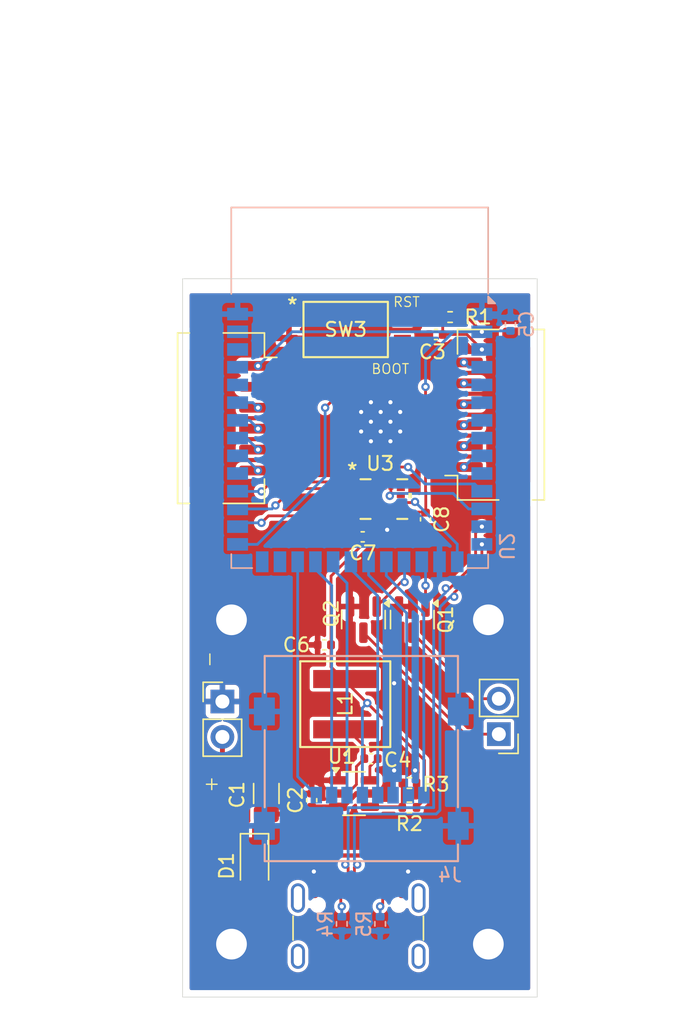
<source format=kicad_pcb>
(kicad_pcb (version 20241229) (generator "pcbnew") (generator_version "9.0")
  (layers (0 "F.Cu" signal) (2 "B.Cu" signal) (13 "F.Paste" user) (15 "B.Paste" user) (5 "F.SilkS" user "F.Silkscreen") (7 "B.SilkS" user "B.Silkscreen") (1 "F.Mask" user) (3 "B.Mask" user) (25 "Edge.Cuts" user))
  (net 0 "")
  (net 1 "VBUS")
  (net 2 "GND")
  (net 3 "Net-(U1-CB)")
  (net 4 "Net-(U1-SW)")
  (net 5 "+3.3V")
  (net 6 "Net-(D1-A)")
  (net 7 "USB_D-")
  (net 9 "USB_D+")
  (net 11 "Net-(J5-CC2)")
  (net 13 "Remote Start 1")
  (net 14 "Remote Start 2")
  (net 15 "Net-(U2-EN)")
  (net 16 "Net-(U1-FB)")
  (net 17 "Net-(J5-CC1)")
  (net 18 "Net-(U2-IO0)")
  (net 27 "LSM_CS")
  (net 28 "LSM_MISO")
  (net 29 "LSM_INT2")
  (net 30 "LSM_INT1")
  (net 31 "LSM_MOSI")
  (net 33 "FIN_CS3")
  (net 34 "FIN_CS2")
  (net 38 "FIN_CS1")
  (net 39 "FIN_CS4")
  (net 40 "FIN_SCK")
  (net 41 "FIN_MOSI")
  (net 42 "FIN_CLK")
  (net 43 "FIN_DRDY")
  (net 44 "FIN_MISO")
  (net 45 "FIN_RST")
  (net 47 "LSM_SCK")
  (net 48 "Net-(J6-Pin_2)")
  (net 49 "Net-(J6-Pin_1)")
  (net 50 "SD_DAT3")
  (net 51 "SD_DAT2")
  (net 52 "SD_CLK")
  (net 53 "SD_DAT1")
  (net 54 "SD_DAT0")
  (net 55 "SD_CMD")
  (footprint "Connector_USB:USB_C_Receptacle_GCT_USB4105-xx-A_16P_TopMnt_Horizontal" (layer "F.Cu") (at 144.661895 126.246555)
    (property "Reference" "J5" (hide yes))
    (property "Value" "USB_C_Receptacle_USB2.0_16P")
    (pad "" np_thru_hole circle (at -2.89 -2.605) (size 0.65 0.65) (drill 0.65) (layers "*.Cu" "*.Mask"))
    (pad "" np_thru_hole circle (at 2.89 -2.605) (size 0.65 0.65) (drill 0.65) (layers "*.Cu" "*.Mask"))
    (pad "A1" smd roundrect (at -3.2 -3.68) (size 0.6 1.15) (layers "F.Cu" "F.Mask" "F.Paste") (net 2 "GND"))
    (pad "A4" smd roundrect (at -2.4 -3.68) (size 0.6 1.15) (layers "F.Cu" "F.Mask" "F.Paste") (net 6 "Net-(D1-A)"))
    (pad "A5" smd roundrect (at -1.25 -3.68) (size 0.3 1.15) (layers "F.Cu" "F.Mask" "F.Paste") (net 17 "Net-(J5-CC1)"))
    (pad "A6" smd roundrect (at -0.25 -3.68) (size 0.3 1.15) (layers "F.Cu" "F.Mask" "F.Paste") (net 9 "USB_D+"))
    (pad "A7" smd roundrect (at 0.25 -3.68) (size 0.3 1.15) (layers "F.Cu" "F.Mask" "F.Paste") (net 7 "USB_D-"))
    (pad "A8" smd roundrect (at 1.25 -3.68) (size 0.3 1.15) (layers "F.Cu" "F.Mask" "F.Paste"))
    (pad "A9" smd roundrect (at 2.4 -3.68) (size 0.6 1.15) (layers "F.Cu" "F.Mask" "F.Paste") (net 6 "Net-(D1-A)"))
    (pad "A12" smd roundrect (at 3.2 -3.68) (size 0.6 1.15) (layers "F.Cu" "F.Mask" "F.Paste") (net 2 "GND"))
    (pad "B1" smd roundrect (at 3.2 -3.68) (size 0.6 1.15) (layers "F.Cu" "F.Mask" "F.Paste") (net 2 "GND"))
    (pad "B4" smd roundrect (at 2.4 -3.68) (size 0.6 1.15) (layers "F.Cu" "F.Mask" "F.Paste") (net 6 "Net-(D1-A)"))
    (pad "B5" smd roundrect (at 1.75 -3.68) (size 0.3 1.15) (layers "F.Cu" "F.Mask" "F.Paste") (net 11 "Net-(J5-CC2)"))
    (pad "B6" smd roundrect (at 0.75 -3.68) (size 0.3 1.15) (layers "F.Cu" "F.Mask" "F.Paste") (net 9 "USB_D+"))
    (pad "B7" smd roundrect (at -0.75 -3.68) (size 0.3 1.15) (layers "F.Cu" "F.Mask" "F.Paste") (net 7 "USB_D-"))
    (pad "B8" smd roundrect (at -1.75 -3.68) (size 0.3 1.15) (layers "F.Cu" "F.Mask" "F.Paste"))
    (pad "B9" smd roundrect (at -2.4 -3.68) (size 0.6 1.15) (layers "F.Cu" "F.Mask" "F.Paste") (net 6 "Net-(D1-A)"))
    (pad "B12" smd roundrect (at -3.2 -3.68) (size 0.6 1.15) (layers "F.Cu" "F.Mask" "F.Paste") (net 2 "GND"))
    (pad "S1" thru_hole oval (at -4.32 -3.105) (size 1 2.1) (drill oval 0.6 1.7) (property pad_prop_heatsink) (layers "*.Cu" "*.Mask" "F.Paste"))
    (pad "S1" thru_hole oval (at -4.32 1.075) (size 1 1.8) (drill oval 0.6 1.4) (property pad_prop_heatsink) (layers "*.Cu" "*.Mask" "F.Paste"))
    (pad "S1" thru_hole oval (at 4.32 -3.105) (size 1 2.1) (drill oval 0.6 1.7) (property pad_prop_heatsink) (layers "*.Cu" "*.Mask" "F.Paste"))
    (pad "S1" thru_hole oval (at 4.32 1.075) (size 1 1.8) (drill oval 0.6 1.4) (property pad_prop_heatsink) (layers "*.Cu" "*.Mask" "F.Paste"))
  )
  (footprint "Connector_JST:JST_ZH_S6B-ZR-SM4A-TF_1x06-1MP_P1.50mm_Horizontal" (layer "F.Cu") (at 153.881895 88.496555 90)
    (property "Reference" "J2" (hide yes))
    (property "Value" "Conn_01x06_Pin")
    (pad "1" smd roundrect (at -3.75 -1.65 90) (size 0.7 2.7) (layers "F.Cu" "F.Mask" "F.Paste") (net 45 "FIN_RST"))
    (pad "2" smd roundrect (at -2.25 -1.65 90) (size 0.7 2.7) (layers "F.Cu" "F.Mask" "F.Paste") (net 42 "FIN_CLK"))
    (pad "3" smd roundrect (at -0.75 -1.65 90) (size 0.7 2.7) (layers "F.Cu" "F.Mask" "F.Paste") (net 39 "FIN_CS4"))
    (pad "4" smd roundrect (at 0.75 -1.65 90) (size 0.7 2.7) (layers "F.Cu" "F.Mask" "F.Paste") (net 33 "FIN_CS3"))
    (pad "5" smd roundrect (at 2.25 -1.65 90) (size 0.7 2.7) (layers "F.Cu" "F.Mask" "F.Paste") (net 34 "FIN_CS2"))
    (pad "6" smd roundrect (at 3.75 -1.65 90) (size 0.7 2.7) (layers "F.Cu" "F.Mask" "F.Paste") (net 38 "FIN_CS1"))
    (pad "MP" smd roundrect (at -5.7 2.05 90) (size 1.1 1.9) (layers "F.Cu" "F.Mask" "F.Paste") (roundrect_rratio 0.227273))
    (pad "MP" smd roundrect (at 5.7 2.05 90) (size 1.1 1.9) (layers "F.Cu" "F.Mask" "F.Paste") (roundrect_rratio 0.227273))
  )
  (footprint "MountingHole:MountingHole_2.2mm_M2_DIN965_Pad" (layer "F.Cu") (at 153.982 103.2)
    (property "Reference" "H2" (hide yes))
    (property "Value" "MountingHole_Pad" (hide yes))
    (pad "1" thru_hole circle (at 0 0) (size 3.8 3.8) (drill 2.2) (layers "*.Cu" "*.Mask") (net 2 "GND"))
  )
  (footprint "Resistor_SMD:R_0402_1005Metric" (layer "F.Cu") (at 148.326895 114.901555)
    (property "Reference" "R3" (at 1.905 0.095 0) (layer "F.SilkS"))
    (property "Value" "22.1k")
    (pad "1" smd roundrect (at -0.51 0) (size 0.54 0.64) (layers "F.Cu" "F.Mask" "F.Paste") (net 16 "Net-(U1-FB)"))
    (pad "2" smd roundrect (at 0.51 0) (size 0.54 0.64) (layers "F.Cu" "F.Mask" "F.Paste") (net 2 "GND"))
  )
  (footprint "Library:218-2LPSTR_CTS" (layer "F.Cu") (at 143.761895 82.386555)
    (property "Reference" "SW3" (at 0 0 0) (layer "F.SilkS"))
    (property "Value" "SW_DIP_x02")
    (fp_text user "*" (at -3.82 -1.75 0) (layer "F.SilkS"))
    (pad "1" smd rect (at -4.064 -0.635) (size 1.2192 0.508) (layers "F.Cu" "F.Mask" "F.Paste") (net 2 "GND"))
    (pad "2" smd rect (at -4.064 0.635) (size 1.2192 0.508) (layers "F.Cu" "F.Mask" "F.Paste") (net 2 "GND"))
    (pad "3" smd rect (at 4.064 0.635) (size 1.2192 0.508) (layers "F.Cu" "F.Mask" "F.Paste") (net 18 "Net-(U2-IO0)"))
    (pad "4" smd rect (at 4.064 -0.635) (size 1.2192 0.508) (layers "F.Cu" "F.Mask" "F.Paste") (net 15 "Net-(U2-EN)"))
  )
  (footprint "Resistor_SMD:R_0402_1005Metric" (layer "F.Cu") (at 151.241895 81.496555 180)
    (property "Reference" "R1" (at -2 0 0) (layer "F.SilkS"))
    (property "Value" "100k")
    (pad "1" smd roundrect (at -0.51 0 180) (size 0.54 0.64) (layers "F.Cu" "F.Mask" "F.Paste") (net 5 "+3.3V"))
    (pad "2" smd roundrect (at 0.51 0 180) (size 0.54 0.64) (layers "F.Cu" "F.Mask" "F.Paste") (net 15 "Net-(U2-EN)"))
  )
  (footprint "Connector_JST:JST_ZH_S6B-ZR-SM4A-TF_1x06-1MP_P1.50mm_Horizontal" (layer "F.Cu") (at 135.831895 88.746555 -90)
    (property "Reference" "J1" (hide yes))
    (property "Value" "Conn_01x06_Pin")
    (pad "1" smd roundrect (at -3.75 -1.65 270) (size 0.7 2.7) (layers "F.Cu" "F.Mask" "F.Paste") (net 5 "+3.3V"))
    (pad "2" smd roundrect (at -2.25 -1.65 270) (size 0.7 2.7) (layers "F.Cu" "F.Mask" "F.Paste") (net 2 "GND"))
    (pad "3" smd roundrect (at -0.75 -1.65 270) (size 0.7 2.7) (layers "F.Cu" "F.Mask" "F.Paste") (net 43 "FIN_DRDY"))
    (pad "4" smd roundrect (at 0.75 -1.65 270) (size 0.7 2.7) (layers "F.Cu" "F.Mask" "F.Paste") (net 41 "FIN_MOSI"))
    (pad "5" smd roundrect (at 2.25 -1.65 270) (size 0.7 2.7) (layers "F.Cu" "F.Mask" "F.Paste") (net 44 "FIN_MISO"))
    (pad "6" smd roundrect (at 3.75 -1.65 270) (size 0.7 2.7) (layers "F.Cu" "F.Mask" "F.Paste") (net 40 "FIN_SCK"))
    (pad "MP" smd roundrect (at -5.7 2.05 270) (size 1.1 1.9) (layers "F.Cu" "F.Mask" "F.Paste") (roundrect_rratio 0.227273))
    (pad "MP" smd roundrect (at 5.7 2.05 270) (size 1.1 1.9) (layers "F.Cu" "F.Mask" "F.Paste") (roundrect_rratio 0.227273))
  )
  (footprint "Connector_PinHeader_2.54mm:PinHeader_1x02_P2.54mm_Vertical" (layer "F.Cu") (at 134.931895 109.056555)
    (property "Reference" "J3" (hide yes))
    (property "Value" "Power Connector")
    (pad "1" thru_hole rect (at 0 0) (size 1.7 1.7) (drill 1) (layers "*.Cu" "*.Mask") (net 2 "GND"))
    (pad "2" thru_hole circle (at 0 2.54) (size 1.7 1.7) (drill 1) (layers "*.Cu" "*.Mask") (net 1 "VBUS"))
  )
  (footprint "Capacitor_SMD:C_0402_1005Metric" (layer "F.Cu") (at 144.981895 97.25 180)
    (property "Reference" "C7" (at 0 -1.16 180) (layer "F.SilkS"))
    (property "Value" "100nF")
    (pad "1" smd roundrect (at -0.48 0 180) (size 0.56 0.62) (layers "F.Cu" "F.Mask" "F.Paste") (net 5 "+3.3V"))
    (pad "2" smd roundrect (at 0.48 0 180) (size 0.56 0.62) (layers "F.Cu" "F.Mask" "F.Paste") (net 2 "GND"))
  )
  (footprint "Package_TO_SOT_SMD:SOT-23" (layer "F.Cu") (at 145.031895 103.184055 -90)
    (property "Reference" "Q2" (at -0.4375 2.3 90) (layer "F.SilkS"))
    (property "Value" "DMN3404L")
    (pad "1" smd roundrect (at -0.9375 -0.95 270) (size 1.475 0.6) (layers "F.Cu" "F.Mask" "F.Paste") (net 14 "Remote Start 2"))
    (pad "2" smd roundrect (at -0.9375 0.95 270) (size 1.475 0.6) (layers "F.Cu" "F.Mask" "F.Paste") (net 2 "GND"))
    (pad "3" smd roundrect (at 0.9375 0 270) (size 1.475 0.6) (layers "F.Cu" "F.Mask" "F.Paste") (net 49 "Net-(J6-Pin_1)"))
  )
  (footprint "MountingHole:MountingHole_2.2mm_M2_DIN965_Pad" (layer "F.Cu") (at 153.982 126.45)
    (property "Reference" "H4" (hide yes))
    (property "Value" "MountingHole_Pad" (hide yes))
    (pad "1" thru_hole circle (at 0 0) (size 3.8 3.8) (drill 2.2) (layers "*.Cu" "*.Mask") (net 2 "GND"))
  )
  (footprint "Capacitor_SMD:C_0402_1005Metric" (layer "F.Cu") (at 145.576895 113.151555 180)
    (property "Reference" "C4" (at -1.905 -0.095 0) (layer "F.SilkS"))
    (property "Value" "100nF")
    (pad "1" smd roundrect (at -0.48 0 180) (size 0.56 0.62) (layers "F.Cu" "F.Mask" "F.Paste") (net 3 "Net-(U1-CB)"))
    (pad "2" smd roundrect (at 0.48 0 180) (size 0.56 0.62) (layers "F.Cu" "F.Mask" "F.Paste") (net 4 "Net-(U1-SW)"))
  )
  (footprint "Capacitor_SMD:C_0402_1005Metric" (layer "F.Cu") (at 150.231895 82.746555 180)
    (property "Reference" "C3" (at 0.26 -1.25 0) (layer "F.SilkS"))
    (property "Value" "100nF")
    (pad "1" smd roundrect (at -0.48 0 180) (size 0.56 0.62) (layers "F.Cu" "F.Mask" "F.Paste") (net 15 "Net-(U2-EN)"))
    (pad "2" smd roundrect (at 0.48 0 180) (size 0.56 0.62) (layers "F.Cu" "F.Mask" "F.Paste") (net 2 "GND"))
  )
  (footprint "MountingHole:MountingHole_2.2mm_M2_DIN965_Pad" (layer "F.Cu") (at 135.582 103.2)
    (property "Reference" "H1" (hide yes))
    (property "Value" "MountingHole_Pad" (hide yes))
    (pad "1" thru_hole circle (at 0 0) (size 3.8 3.8) (drill 2.2) (layers "*.Cu" "*.Mask") (net 2 "GND"))
  )
  (footprint "Library:LGA-14L_2P5X3X0P83_STM-M" (layer "F.Cu") (at 146.500001 94.5437)
    (property "Reference" "U3" (at -0.268106 -2.547145 0) (layer "F.SilkS"))
    (property "Value" "LSM6DSO32TR")
    (fp_text user "*" (at -2.268106 -2.047145 0) (layer "F.SilkS"))
    (pad "1" smd rect (at -1.2103 -0.750001 90) (size 0.351536 0.57658) (layers "F.Cu" "F.Mask" "F.Paste") (net 28 "LSM_MISO"))
    (pad "2" smd rect (at -1.2103 -0.25 90) (size 0.351536 0.57658) (layers "F.Cu" "F.Mask" "F.Paste") (net 2 "GND"))
    (pad "3" smd rect (at -1.2103 0.25 90) (size 0.351536 0.57658) (layers "F.Cu" "F.Mask" "F.Paste") (net 2 "GND"))
    (pad "4" smd rect (at -1.2103 0.750001 90) (size 0.351536 0.57658) (layers "F.Cu" "F.Mask" "F.Paste") (net 30 "LSM_INT1"))
    (pad "5" smd rect (at -0.499999 0.9563) (size 0.351536 0.57658) (layers "F.Cu" "F.Mask" "F.Paste") (net 5 "+3.3V"))
    (pad "6" smd rect (at 0 0.9563) (size 0.351536 0.57658) (layers "F.Cu" "F.Mask" "F.Paste") (net 2 "GND"))
    (pad "7" smd rect (at 0.499999 0.9563) (size 0.351536 0.57658) (layers "F.Cu" "F.Mask" "F.Paste") (net 2 "GND"))
    (pad "8" smd rect (at 1.2103 0.750001 90) (size 0.351536 0.57658) (layers "F.Cu" "F.Mask" "F.Paste") (net 5 "+3.3V"))
    (pad "9" smd rect (at 1.2103 0.25 90) (size 0.351536 0.57658) (layers "F.Cu" "F.Mask" "F.Paste") (net 29 "LSM_INT2"))
    (pad "10" smd rect (at 1.2103 -0.25 90) (size 0.351536 0.57658) (layers "F.Cu" "F.Mask" "F.Paste"))
    (pad "11" smd rect (at 1.2103 -0.750001 90) (size 0.351536 0.57658) (layers "F.Cu" "F.Mask" "F.Paste"))
    (pad "12" smd rect (at 0.499999 -0.9563) (size 0.351536 0.57658) (layers "F.Cu" "F.Mask" "F.Paste") (net 27 "LSM_CS"))
    (pad "13" smd rect (at 0 -0.9563) (size 0.351536 0.57658) (layers "F.Cu" "F.Mask" "F.Paste") (net 47 "LSM_SCK"))
    (pad "14" smd rect (at -0.499999 -0.9563) (size 0.351536 0.57658) (layers "F.Cu" "F.Mask" "F.Paste") (net 31 "LSM_MOSI"))
  )
  (footprint "Diode_SMD:D_PowerDI-123" (layer "F.Cu") (at 137.231895 120.846555 -90)
    (property "Reference" "D1" (at 0 2 90) (layer "F.SilkS"))
    (property "Value" "DFLS160-7")
    (pad "1" smd roundrect (at -0.85 0 90) (size 2.4 1.5) (layers "F.Cu" "F.Mask" "F.Paste") (roundrect_rratio 0.1666666667) (net 1 "VBUS"))
    (pad "2" smd roundrect (at 1.525 0 90) (size 1.05 1.5) (layers "F.Cu" "F.Mask" "F.Paste") (roundrect_rratio 0.2380952381) (net 6 "Net-(D1-A)"))
  )
  (footprint "Capacitor_SMD:C_0402_1005Metric" (layer "F.Cu") (at 149.481895 95.996555 -90)
    (property "Reference" "C8" (at 0 -1.16 270) (layer "F.SilkS"))
    (property "Value" "100nF")
    (pad "1" smd roundrect (at -0.48 0 270) (size 0.56 0.62) (layers "F.Cu" "F.Mask" "F.Paste") (net 5 "+3.3V"))
    (pad "2" smd roundrect (at 0.48 0 270) (size 0.56 0.62) (layers "F.Cu" "F.Mask" "F.Paste") (net 2 "GND"))
  )
  (footprint "MountingHole:MountingHole_2.2mm_M2_DIN965_Pad" (layer "F.Cu") (at 135.582 126.45)
    (property "Reference" "H3" (hide yes))
    (property "Value" "MountingHole_Pad" (hide yes))
    (pad "1" thru_hole circle (at 0 0) (size 3.8 3.8) (drill 2.2) (layers "*.Cu" "*.Mask") (net 2 "GND"))
  )
  (footprint "Capacitor_SMD:C_1206_3216Metric" (layer "F.Cu") (at 138.076895 115.651555 90)
    (property "Reference" "C1" (at -0.095 -2.095 90) (layer "F.SilkS"))
    (property "Value" "33uF")
    (pad "1" smd roundrect (at -1.475 0 90) (size 1.15 1.8) (layers "F.Cu" "F.Mask" "F.Paste") (roundrect_rratio 0.217391) (net 1 "VBUS"))
    (pad "2" smd roundrect (at 1.475 0 90) (size 1.15 1.8) (layers "F.Cu" "F.Mask" "F.Paste") (roundrect_rratio 0.217391) (net 2 "GND"))
  )
  (footprint "Library:IND_EXLA1V0505-220-R_EAT" (layer "F.Cu") (at 143.731895 109.246555 90)
    (property "Reference" "L1" (at 0 0 90) (layer "F.SilkS"))
    (property "Value" "6.8uH")
    (pad "1" smd rect (at -1.8023 0 90) (size 1.2954 4.5974) (layers "F.Cu" "F.Mask" "F.Paste") (net 4 "Net-(U1-SW)"))
    (pad "2" smd rect (at 1.8023 0 90) (size 1.2954 4.5974) (layers "F.Cu" "F.Mask" "F.Paste") (net 5 "+3.3V"))
  )
  (footprint "Capacitor_SMD:C_0402_1005Metric" (layer "F.Cu") (at 141.326895 116.131555 90)
    (property "Reference" "C2" (at 0 -1.16 90) (layer "F.SilkS"))
    (property "Value" "100nF")
    (pad "1" smd roundrect (at -0.48 0 90) (size 0.56 0.62) (layers "F.Cu" "F.Mask" "F.Paste") (net 1 "VBUS"))
    (pad "2" smd roundrect (at 0.48 0 90) (size 0.56 0.62) (layers "F.Cu" "F.Mask" "F.Paste") (net 2 "GND"))
  )
  (footprint "Connector_PinHeader_2.54mm:PinHeader_1x02_P2.54mm_Vertical" (layer "F.Cu") (at 154.731895 111.396555 180)
    (property "Reference" "J6" (hide yes))
    (property "Value" "Conn_01x02_Pin" (hide yes))
    (pad "1" thru_hole rect (at 0 0 180) (size 1.7 1.7) (drill 1) (layers "*.Cu" "*.Mask") (net 49 "Net-(J6-Pin_1)"))
    (pad "2" thru_hole circle (at 0 2.54 180) (size 1.7 1.7) (drill 1) (layers "*.Cu" "*.Mask") (net 48 "Net-(J6-Pin_2)"))
  )
  (footprint "Package_TO_SOT_SMD:SOT-23" (layer "F.Cu") (at 148.531895 103.184055 -90)
    (property "Reference" "Q1" (at 0 -2.4 90) (layer "F.SilkS"))
    (property "Value" "DMN3404L")
    (pad "1" smd roundrect (at -0.9375 -0.95 270) (size 1.475 0.6) (layers "F.Cu" "F.Mask" "F.Paste") (net 13 "Remote Start 1"))
    (pad "2" smd roundrect (at -0.9375 0.95 270) (size 1.475 0.6) (layers "F.Cu" "F.Mask" "F.Paste") (net 2 "GND"))
    (pad "3" smd roundrect (at 0.9375 0 270) (size 1.475 0.6) (layers "F.Cu" "F.Mask" "F.Paste") (net 48 "Net-(J6-Pin_2)"))
  )
  (footprint "Package_TO_SOT_SMD:SOT-23-6" (layer "F.Cu") (at 144.3575 115.655)
    (property "Reference" "U1" (at -0.875605 -2.658445 0) (layer "F.SilkS"))
    (property "Value" "LMR51420X")
    (pad "1" smd roundrect (at -1.1375 -0.95) (size 1.325 0.6) (layers "F.Cu" "F.Mask" "F.Paste") (net 2 "GND"))
    (pad "2" smd roundrect (at -1.1375 0) (size 1.325 0.6) (layers "F.Cu" "F.Mask" "F.Paste") (net 4 "Net-(U1-SW)"))
    (pad "3" smd roundrect (at -1.1375 0.95) (size 1.325 0.6) (layers "F.Cu" "F.Mask" "F.Paste") (net 1 "VBUS"))
    (pad "4" smd roundrect (at 1.1375 0.95) (size 1.325 0.6) (layers "F.Cu" "F.Mask" "F.Paste") (net 16 "Net-(U1-FB)"))
    (pad "5" smd roundrect (at 1.1375 0) (size 1.325 0.6) (layers "F.Cu" "F.Mask" "F.Paste") (net 1 "VBUS"))
    (pad "6" smd roundrect (at 1.1375 -0.95) (size 1.325 0.6) (layers "F.Cu" "F.Mask" "F.Paste") (net 3 "Net-(U1-CB)"))
  )
  (footprint "Capacitor_SMD:C_0402_1005Metric" (layer "F.Cu") (at 142.231895 104.996555 180)
    (property "Reference" "C6" (at 2 0 0) (layer "F.SilkS"))
    (property "Value" "47uF")
    (pad "1" smd roundrect (at -0.48 0 180) (size 0.56 0.62) (layers "F.Cu" "F.Mask" "F.Paste") (net 5 "+3.3V"))
    (pad "2" smd roundrect (at 0.48 0 180) (size 0.56 0.62) (layers "F.Cu" "F.Mask" "F.Paste") (net 2 "GND"))
  )
  (footprint "Resistor_SMD:R_0402_1005Metric" (layer "F.Cu") (at 148.326895 116.651555 180)
    (property "Reference" "R2" (at 0 -1.17 0) (layer "F.SilkS"))
    (property "Value" "100k")
    (pad "1" smd roundrect (at -0.51 0 180) (size 0.54 0.64) (layers "F.Cu" "F.Mask" "F.Paste") (net 5 "+3.3V"))
    (pad "2" smd roundrect (at 0.51 0 180) (size 0.54 0.64) (layers "F.Cu" "F.Mask" "F.Paste") (net 16 "Net-(U1-FB)"))
  )
  (footprint "Capacitor_SMD:C_0402_1005Metric" (layer "B.Cu") (at 155.561895 82.006555 90)
    (property "Reference" "C5" (at 0 1.16 90) (layer "B.SilkS") (effects (justify mirror)))
    (property "Value" "100nF")
    (pad "1" smd roundrect (at -0.48 0 90) (size 0.56 0.62) (layers "B.Cu" "B.Mask" "B.Paste") (net 5 "+3.3V"))
    (pad "2" smd roundrect (at 0.48 0 90) (size 0.56 0.62) (layers "B.Cu" "B.Mask" "B.Paste") (net 2 "GND"))
  )
  (footprint "Resistor_SMD:R_0402_1005Metric" (layer "B.Cu") (at 143.481895 124.996555 -90)
    (property "Reference" "R4" (at 0 1.17 90) (layer "B.SilkS") (effects (justify mirror)))
    (property "Value" "5.1k")
    (pad "1" smd roundrect (at -0.51 0 270) (size 0.54 0.64) (layers "B.Cu" "B.Mask" "B.Paste") (net 17 "Net-(J5-CC1)"))
    (pad "2" smd roundrect (at 0.51 0 270) (size 0.54 0.64) (layers "B.Cu" "B.Mask" "B.Paste") (net 2 "GND"))
  )
  (footprint "Library:CONN_MEM2067-02-180-00-A_GCT" (layer "B.Cu") (at 144.881895 113.146555 180)
    (property "Reference" "J4" (at -6.35 -8.35 0) (layer "B.SilkS") (effects (justify mirror)))
    (property "Value" "Micro_SD_Card")
    (pad "1" smd rect (at 3.225 -2.623701 180) (size 0.8128 1.1938) (layers "B.Cu" "B.Mask" "B.Paste") (net 51 "SD_DAT2"))
    (pad "2" smd rect (at 2.125 -2.623701 180) (size 0.8128 1.1938) (layers "B.Cu" "B.Mask" "B.Paste") (net 50 "SD_DAT3"))
    (pad "3" smd rect (at 1.024999 -2.623701 180) (size 0.8128 1.1938) (layers "B.Cu" "B.Mask" "B.Paste") (net 55 "SD_CMD"))
    (pad "4" smd rect (at -0.075001 -2.623701 180) (size 0.8128 1.1938) (layers "B.Cu" "B.Mask" "B.Paste") (net 5 "+3.3V"))
    (pad "5" smd rect (at -1.174999 -2.623701 180) (size 0.8128 1.1938) (layers "B.Cu" "B.Mask" "B.Paste") (net 52 "SD_CLK"))
    (pad "6" smd rect (at -2.274999 -2.623701 180) (size 0.8128 1.1938) (layers "B.Cu" "B.Mask" "B.Paste") (net 2 "GND"))
    (pad "7" smd rect (at -3.375 -2.623701 180) (size 0.8128 1.1938) (layers "B.Cu" "B.Mask" "B.Paste") (net 54 "SD_DAT0"))
    (pad "8" smd rect (at -4.475 -2.623701 180) (size 0.8128 1.1938) (layers "B.Cu" "B.Mask" "B.Paste") (net 53 "SD_DAT1"))
    (pad "9" smd rect (at -6.945 -4.823701 180) (size 1.4986 2.0066) (layers "B.Cu" "B.Mask" "B.Paste") (net 2 "GND"))
    (pad "9" smd rect (at -6.945 3.3763 180) (size 1.4986 2.0066) (layers "B.Cu" "B.Mask" "B.Paste") (net 2 "GND"))
    (pad "9" smd rect (at 6.945 -4.823701 180) (size 1.4986 2.0066) (layers "B.Cu" "B.Mask" "B.Paste") (net 2 "GND"))
    (pad "9" smd rect (at 6.945 3.3763 180) (size 1.4986 2.0066) (layers "B.Cu" "B.Mask" "B.Paste") (net 2 "GND"))
  )
  (footprint "RF_Module:ESP32-S3-WROOM-1" (layer "B.Cu") (at 144.7676 86.54 180)
    (property "Reference" "U2" (at -10.5 -11.4 270) (layer "B.SilkS") (effects (justify mirror)))
    (property "Value" "ESP32-S3-WROOM-1")
    (pad "1" smd rect (at -8.75 5.26 180) (size 1.5 0.9) (layers "B.Cu" "B.Mask" "B.Paste") (net 2 "GND"))
    (pad "2" smd rect (at -8.75 3.99 180) (size 1.5 0.9) (layers "B.Cu" "B.Mask" "B.Paste") (net 5 "+3.3V"))
    (pad "3" smd rect (at -8.75 2.72 180) (size 1.5 0.9) (layers "B.Cu" "B.Mask" "B.Paste") (net 15 "Net-(U2-EN)"))
    (pad "4" smd rect (at -8.75 1.45 180) (size 1.5 0.9) (layers "B.Cu" "B.Mask" "B.Paste") (net 38 "FIN_CS1"))
    (pad "5" smd rect (at -8.75 0.18 180) (size 1.5 0.9) (layers "B.Cu" "B.Mask" "B.Paste") (net 34 "FIN_CS2"))
    (pad "6" smd rect (at -8.75 -1.09 180) (size 1.5 0.9) (layers "B.Cu" "B.Mask" "B.Paste") (net 33 "FIN_CS3"))
    (pad "7" smd rect (at -8.75 -2.36 180) (size 1.5 0.9) (layers "B.Cu" "B.Mask" "B.Paste") (net 39 "FIN_CS4"))
    (pad "8" smd rect (at -8.75 -3.63 180) (size 1.5 0.9) (layers "B.Cu" "B.Mask" "B.Paste") (net 42 "FIN_CLK"))
    (pad "9" smd rect (at -8.75 -4.9 180) (size 1.5 0.9) (layers "B.Cu" "B.Mask" "B.Paste") (net 45 "FIN_RST"))
    (pad "10" smd rect (at -8.75 -6.17 180) (size 1.5 0.9) (layers "B.Cu" "B.Mask" "B.Paste"))
    (pad "11" smd rect (at -8.75 -7.44 180) (size 1.5 0.9) (layers "B.Cu" "B.Mask" "B.Paste") (net 47 "LSM_SCK"))
    (pad "12" smd rect (at -8.75 -8.71 180) (size 1.5 0.9) (layers "B.Cu" "B.Mask" "B.Paste") (net 27 "LSM_CS"))
    (pad "13" smd rect (at -8.75 -9.98 180) (size 1.5 0.9) (layers "B.Cu" "B.Mask" "B.Paste") (net 7 "USB_D-"))
    (pad "14" smd rect (at -8.75 -11.25) (size 1.5 0.9) (layers "B.Cu" "B.Mask" "B.Paste") (net 9 "USB_D+"))
    (pad "15" smd rect (at -6.985 -12.5 270) (size 1.5 0.9) (layers "B.Cu" "B.Mask" "B.Paste") (net 29 "LSM_INT2"))
    (pad "16" smd rect (at -5.715 -12.5 270) (size 1.5 0.9) (layers "B.Cu" "B.Mask" "B.Paste") (net 2 "GND"))
    (pad "17" smd rect (at -4.445 -12.5 270) (size 1.5 0.9) (layers "B.Cu" "B.Mask" "B.Paste") (net 13 "Remote Start 1"))
    (pad "18" smd rect (at -3.175 -12.5 270) (size 1.5 0.9) (layers "B.Cu" "B.Mask" "B.Paste") (net 14 "Remote Start 2"))
    (pad "19" smd rect (at -1.905 -12.5 270) (size 1.5 0.9) (layers "B.Cu" "B.Mask" "B.Paste") (net 53 "SD_DAT1"))
    (pad "20" smd rect (at -0.635 -12.5 270) (size 1.5 0.9) (layers "B.Cu" "B.Mask" "B.Paste") (net 54 "SD_DAT0"))
    (pad "21" smd rect (at 0.635 -12.5 270) (size 1.5 0.9) (layers "B.Cu" "B.Mask" "B.Paste") (net 52 "SD_CLK"))
    (pad "22" smd rect (at 1.905 -12.5 270) (size 1.5 0.9) (layers "B.Cu" "B.Mask" "B.Paste") (net 55 "SD_CMD"))
    (pad "23" smd rect (at 3.175 -12.5 270) (size 1.5 0.9) (layers "B.Cu" "B.Mask" "B.Paste") (net 50 "SD_DAT3"))
    (pad "24" smd rect (at 4.445 -12.5 270) (size 1.5 0.9) (layers "B.Cu" "B.Mask" "B.Paste") (net 51 "SD_DAT2"))
    (pad "25" smd rect (at 5.715 -12.5 270) (size 1.5 0.9) (layers "B.Cu" "B.Mask" "B.Paste"))
    (pad "26" smd rect (at 6.985 -12.5 270) (size 1.5 0.9) (layers "B.Cu" "B.Mask" "B.Paste"))
    (pad "27" smd rect (at 8.75 -11.25 180) (size 1.5 0.9) (layers "B.Cu" "B.Mask" "B.Paste") (net 18 "Net-(U2-IO0)"))
    (pad "28" smd rect (at 8.75 -9.98 180) (size 1.5 0.9) (layers "B.Cu" "B.Mask" "B.Paste") (net 30 "LSM_INT1"))
    (pad "29" smd rect (at 8.75 -8.71 180) (size 1.5 0.9) (layers "B.Cu" "B.Mask" "B.Paste") (net 28 "LSM_MISO"))
    (pad "30" smd rect (at 8.75 -7.44 180) (size 1.5 0.9) (layers "B.Cu" "B.Mask" "B.Paste") (net 31 "LSM_MOSI"))
    (pad "31" smd rect (at 8.75 -6.17 180) (size 1.5 0.9) (layers "B.Cu" "B.Mask" "B.Paste"))
    (pad "32" smd rect (at 8.75 -4.9 180) (size 1.5 0.9) (layers "B.Cu" "B.Mask" "B.Paste") (net 40 "FIN_SCK"))
    (pad "33" smd rect (at 8.75 -3.63 180) (size 1.5 0.9) (layers "B.Cu" "B.Mask" "B.Paste") (net 44 "FIN_MISO"))
    (pad "34" smd rect (at 8.75 -2.36 180) (size 1.5 0.9) (layers "B.Cu" "B.Mask" "B.Paste") (net 41 "FIN_MOSI"))
    (pad "35" smd rect (at 8.75 -1.09 180) (size 1.5 0.9) (layers "B.Cu" "B.Mask" "B.Paste") (net 43 "FIN_DRDY"))
    (pad "36" smd rect (at 8.75 0.18 180) (size 1.5 0.9) (layers "B.Cu" "B.Mask" "B.Paste"))
    (pad "37" smd rect (at 8.75 1.45 180) (size 1.5 0.9) (layers "B.Cu" "B.Mask" "B.Paste"))
    (pad "38" smd rect (at 8.75 2.72 180) (size 1.5 0.9) (layers "B.Cu" "B.Mask" "B.Paste"))
    (pad "39" smd rect (at 8.75 3.99 180) (size 1.5 0.9) (layers "B.Cu" "B.Mask" "B.Paste"))
    (pad "40" smd rect (at 8.75 5.26 180) (size 1.5 0.9) (layers "B.Cu" "B.Mask" "B.Paste") (net 2 "GND"))
    (pad "41" thru_hole circle (at -2.9 -3.16 180) (size 0.6 0.6) (drill 0.3) (property pad_prop_heatsink) (layers "*.Cu" "B.Mask") (net 2 "GND"))
    (pad "41" thru_hole circle (at -2.9 -1.76 90) (size 0.6 0.6) (drill 0.3) (property pad_prop_heatsink) (layers "*.Cu" "B.Mask") (net 2 "GND"))
    (pad "41" thru_hole circle (at -2.2 -3.86 180) (size 0.6 0.6) (drill 0.3) (property pad_prop_heatsink) (layers "*.Cu" "B.Mask") (net 2 "GND"))
    (pad "41" thru_hole circle (at -2.2 -2.46 180) (size 0.6 0.6) (drill 0.3) (property pad_prop_heatsink) (layers "*.Cu" "B.Mask") (net 2 "GND"))
    (pad "41" thru_hole circle (at -2.2 -1.06 180) (size 0.6 0.6) (drill 0.3) (property pad_prop_heatsink) (layers "*.Cu" "B.Mask") (net 2 "GND"))
    (pad "41" thru_hole circle (at -1.5 -3.16 180) (size 0.6 0.6) (drill 0.3) (property pad_prop_heatsink) (layers "*.Cu" "B.Mask") (net 2 "GND"))
    (pad "41" smd rect (at -1.5 -2.46 270) (size 3.9 3.9) (property pad_prop_heatsink) (layers "B.Cu" "B.Mask") (net 2 "GND"))
    (pad "41" thru_hole circle (at -1.5 -1.76 180) (size 0.6 0.6) (drill 0.3) (property pad_prop_heatsink) (layers "*.Cu" "B.Mask") (net 2 "GND"))
    (pad "41" thru_hole circle (at -0.8 -3.86 180) (size 0.6 0.6) (drill 0.3) (property pad_prop_heatsink) (layers "*.Cu" "B.Mask") (net 2 "GND"))
    (pad "41" thru_hole circle (at -0.8 -2.46 180) (size 0.6 0.6) (drill 0.3) (property pad_prop_heatsink) (layers "*.Cu" "B.Mask") (net 2 "GND"))
    (pad "41" thru_hole circle (at -0.8 -1.06 180) (size 0.6 0.6) (drill 0.3) (property pad_prop_heatsink) (layers "*.Cu" "B.Mask") (net 2 "GND"))
    (pad "41" thru_hole circle (at -0.1 -3.16 180) (size 0.6 0.6) (drill 0.3) (property pad_prop_heatsink) (layers "*.Cu" "B.Mask") (net 2 "GND"))
    (pad "41" thru_hole circle (at -0.1 -1.76 180) (size 0.6 0.6) (drill 0.3) (property pad_prop_heatsink) (layers "*.Cu" "B.Mask") (net 2 "GND"))
    (zone (net 0) (net_name "") (layers "F.Cu" "B.Cu") (connect_pads (clearance 0)) (min_thickness 0.254)
      (keepout (tracks not_allowed) (vias not_allowed) (pads not_allowed) (copperpour not_allowed) (footprints not_allowed))
      (fill (thermal_gap 0.508) (thermal_bridge_width 0.508))
      (polygon (pts (xy 168.7676 79.79) (xy 120.7676 79.79) (xy 120.7676 58.79) (xy 168.7676 58.79)))
    )
  )
  (footprint "Resistor_SMD:R_0402_1005Metric" (layer "B.Cu") (at 146.231895 124.996555 -90)
    (property "Reference" "R5" (at 0 1.17 90) (layer "B.SilkS") (effects (justify mirror)))
    (property "Value" "5.1k")
    (pad "1" smd roundrect (at -0.51 0 270) (size 0.54 0.64) (layers "B.Cu" "B.Mask" "B.Paste") (net 11 "Net-(J5-CC2)"))
    (pad "2" smd roundrect (at 0.51 0 270) (size 0.54 0.64) (layers "B.Cu" "B.Mask" "B.Paste") (net 2 "GND"))
  )
  (gr_rect (start 132.08 78.746555) (end 157.48 130.246555) (stroke (width 0.05)) (fill no) (layer "Edge.Cuts"))
  (gr_text "RST" (at 147.111895 80.826555 0) (layer "F.SilkS") (effects (font (size 0.7 0.7) (thickness 0.0875)) (justify left bottom)))
  (gr_text "+" (at 133.481895 115.496555 0) (layer "F.SilkS") (effects (font (size 1 1) (thickness 0.1)) (justify left bottom)))
  (gr_text "-" (at 134.541895 106.716555 90) (layer "F.SilkS") (effects (font (size 1 1) (thickness 0.1)) (justify left bottom)))
  (gr_text "BOOT" (at 145.551895 85.626555 0) (layer "F.SilkS") (effects (font (size 0.7 0.7) (thickness 0.0875)) (justify left bottom)))
  (segment (start 144.524468 115.655) (end 143.574468 116.605) (width 0.35) (layer "F.Cu") (net 1))
  (segment (start 143.574468 116.605) (end 143.22 116.605) (width 0.35) (layer "F.Cu") (net 1))
  (segment (start 143.213445 116.611555) (end 143.22 116.605) (width 0.35) (layer "F.Cu") (net 1))
  (segment (start 138.076895 117.126555) (end 140.811895 117.126555) (width 0.35) (layer "F.Cu") (net 1))
  (segment (start 134.931895 113.981555) (end 138.076895 117.126555) (width 0.35) (layer "F.Cu") (net 1))
  (segment (start 137.231895 117.971555) (end 138.076895 117.126555) (width 0.35) (layer "F.Cu") (net 1))
  (segment (start 140.811895 117.126555) (end 141.326895 116.611555) (width 0.35) (layer "F.Cu") (net 1))
  (segment (start 137.231895 119.996555) (end 137.231895 117.971555) (width 0.35) (layer "F.Cu") (net 1))
  (segment (start 141.326895 116.611555) (end 143.213445 116.611555) (width 0.35) (layer "F.Cu") (net 1))
  (segment (start 134.931895 111.596555) (end 134.931895 113.981555) (width 0.35) (layer "F.Cu") (net 1))
  (segment (start 145.495 115.655) (end 144.524468 115.655) (width 0.35) (layer "F.Cu") (net 1))
  (segment (start 147.861895 121.616555) (end 148.231895 121.246555) (width 0.2) (layer "F.Cu") (net 2))
  (segment (start 147.861895 122.566555) (end 147.861895 121.616555) (width 0.2) (layer "F.Cu") (net 2))
  (segment (start 141.461895 121.266555) (end 141.481895 121.246555) (width 0.2) (layer "F.Cu") (net 2))
  (segment (start 148.836895 114.901555) (end 148.836895 114.101555) (width 0.2) (layer "F.Cu") (net 2))
  (segment (start 141.461895 122.566555) (end 141.461895 121.266555) (width 0.2) (layer "F.Cu") (net 2))
  (segment (start 148.836895 114.101555) (end 148.731895 113.996555) (width 0.2) (layer "F.Cu") (net 2))
  (via (at 147.231895 107.746555) (size 0.6) (drill 0.3) (layers "F.Cu" "B.Cu") (net 2))
  (via (at 148.731895 113.996555) (size 0.6) (drill 0.3) (layers "F.Cu" "B.Cu") (net 2))
  (via (at 146.731895 96.746555) (size 0.6) (drill 0.3) (layers "F.Cu" "B.Cu") (net 2))
  (via (at 147.231895 113.996555) (size 0.6) (drill 0.3) (layers "F.Cu" "B.Cu") (net 2))
  (via (at 148.231895 121.246555) (size 0.6) (drill 0.3) (layers "F.Cu" "B.Cu") (net 2))
  (via (at 141.481895 121.246555) (size 0.6) (drill 0.3) (layers "F.Cu" "B.Cu") (net 2))
  (segment (start 155.561895 81.526555) (end 153.764155 81.526555) (width 0.2) (layer "B.Cu") (net 2))
  (segment (start 153.764155 81.526555) (end 153.5176 81.28) (width 0.2) (layer "B.Cu") (net 2))
  (segment (start 147.156894 114.071556) (end 147.231895 113.996555) (width 0.2) (layer "B.Cu") (net 2))
  (segment (start 147.156894 115.770256) (end 147.156894 114.071556) (width 0.2) (layer "B.Cu") (net 2))
  (segment (start 145.495 113.71345) (end 146.056895 113.151555) (width 0.2) (layer "F.Cu") (net 3))
  (segment (start 145.495 114.705) (end 145.495 113.71345) (width 0.2) (layer "F.Cu") (net 3))
  (segment (start 144.5315 113.71695) (end 145.096895 113.151555) (width 0.2) (layer "F.Cu") (net 4))
  (segment (start 145.096895 112.266555) (end 145.096895 113.151555) (width 0.2) (layer "F.Cu") (net 4))
  (segment (start 143.882499 115.655) (end 144.5315 115.005999) (width 0.2) (layer "F.Cu") (net 4))
  (segment (start 143.731895 110.901555) (end 145.096895 112.266555) (width 0.2) (layer "F.Cu") (net 4))
  (segment (start 143.22 115.655) (end 143.882499 115.655) (width 0.2) (layer "F.Cu") (net 4))
  (segment (start 144.5315 115.005999) (end 144.5315 113.71695) (width 0.2) (layer "F.Cu") (net 4))
  (segment (start 151.751895 81.496555) (end 152.464155 81.496555) (width 0.2) (layer "F.Cu") (net 5))
  (segment (start 142.711895 106.571555) (end 142.711895 104.996555) (width 0.2) (layer "F.Cu") (net 5))
  (segment (start 146.980838 97.347555) (end 147.710301 96.618092) (width 0.2) (layer "F.Cu") (net 5))
  (segment (start 149.407895 116.080555) (end 149.407895 113.267555) (width 0.2) (layer "F.Cu") (net 5))
  (segment (start 145.525 97.25) (end 145.622555 97.347555) (width 0.2) (layer "F.Cu") (net 5))
  (segment (start 147.8916 95.475) (end 147.710301 95.293701) (width 0.2) (layer "F.Cu") (net 5))
  (segment (start 145.525 97.25) (end 145.525 95.975002) (width 0.2) (layer "F.Cu") (net 5))
  (segment (start 148.836895 116.651555) (end 149.407895 116.080555) (width 0.2) (layer "F.Cu") (net 5))
  (segment (start 149.407895 113.267555) (end 145.309395 109.169055) (width 0.2) (layer "F.Cu") (net 5))
  (segment (start 149.481895 86.496555) (end 149.481895 93.996555) (width 0.2) (layer "F.Cu") (net 5))
  (segment (start 147.710301 96.618092) (end 147.710301 95.293701) (width 0.2) (layer "F.Cu") (net 5))
  (segment (start 149.5 95.475) (end 147.8916 95.475) (width 0.2) (layer "F.Cu") (net 5))
  (segment (start 142.711895 104.996555) (end 142.711895 100.063105) (width 0.2) (layer "F.Cu") (net 5))
  (segment (start 145.309395 109.169055) (end 143.731895 107.591555) (width 0.2) (layer "F.Cu") (net 5))
  (segment (start 145.622555 97.347555) (end 146.980838 97.347555) (width 0.2) (layer "F.Cu") (net 5))
  (segment (start 149.481895 93.996555) (end 149.5 94.01466) (width 0.2) (layer "F.Cu") (net 5))
  (segment (start 142.711895 100.063105) (end 145.525 97.25) (width 0.2) (layer "F.Cu") (net 5))
  (segment (start 149.5 94.01466) (end 149.5 95.475) (width 0.2) (layer "F.Cu") (net 5))
  (segment (start 143.731895 107.591555) (end 142.711895 106.571555) (width 0.2) (layer "F.Cu") (net 5))
  (segment (start 145.525 95.975002) (end 146.000002 95.5) (width 0.2) (layer "F.Cu") (net 5))
  (segment (start 152.464155 81.496555) (end 153.5176 82.55) (width 0.2) (layer "F.Cu") (net 5))
  (via (at 153.5176 82.55) (size 0.6) (drill 0.3) (layers "F.Cu" "B.Cu") (net 5))
  (via (at 145.309395 109.169055) (size 0.6) (drill 0.3) (layers "F.Cu" "B.Cu") (net 5))
  (via (at 149.481895 86.496555) (size 0.6) (drill 0.3) (layers "F.Cu" "B.Cu") (net 5))
  (via (at 137.481895 84.996555) (size 0.6) (drill 0.3) (layers "F.Cu" "B.Cu") (net 5))
  (segment (start 144.956896 109.521554) (end 145.309395 109.169055) (width 0.2) (layer "B.Cu") (net 5))
  (segment (start 144.956896 115.770256) (end 144.956896 109.521554) (width 0.2) (layer "B.Cu") (net 5))
  (segment (start 153.5176 82.55) (end 151.481895 82.55) (width 0.2) (layer "B.Cu") (net 5))
  (segment (start 155.561895 82.486555) (end 153.581045 82.486555) (width 0.2) (layer "B.Cu") (net 5))
  (segment (start 151.481895 82.55) (end 139.92845 82.55) (width 0.2) (layer "B.Cu") (net 5))
  (segment (start 139.92845 82.55) (end 137.481895 84.996555) (width 0.2) (layer "B.Cu") (net 5))
  (segment (start 149.481895 84.55) (end 151.481895 82.55) (width 0.2) (layer "B.Cu") (net 5))
  (segment (start 149.481895 86.496555) (end 149.481895 84.55) (width 0.2) (layer "B.Cu") (net 5))
  (segment (start 153.581045 82.486555) (end 153.5176 82.55) (width 0.2) (layer "B.Cu") (net 5))
  (segment (start 139.507895 120.095555) (end 142.481895 120.095555) (width 0.3) (layer "F.Cu") (net 6))
  (segment (start 147.061895 122.566555) (end 147.061895 121.991556) (width 0.3) (layer "F.Cu") (net 6))
  (segment (start 142.481895 120.095555) (end 143.467241 120.095555) (width 0.3) (layer "F.Cu") (net 6))
  (segment (start 142.261895 120.315555) (end 142.481895 120.095555) (width 0.3) (layer "F.Cu") (net 6))
  (segment (start 145.165894 120.095555) (end 143.467241 120.095555) (width 0.3) (layer "F.Cu") (net 6))
  (segment (start 142.261895 122.566555) (end 142.261895 120.315555) (width 0.3) (layer "F.Cu") (net 6))
  (segment (start 137.231895 122.371555) (end 139.507895 120.095555) (width 0.3) (layer "F.Cu") (net 6))
  (segment (start 147.061895 121.991556) (end 145.165894 120.095555) (width 0.3) (layer "F.Cu") (net 6))
  (segment (start 153.0676 96.97) (end 153.5176 96.52) (width 0.2) (layer "F.Cu") (net 7))
  (segment (start 144.911895 123.175379) (end 144.644719 123.442555) (width 0.2) (layer "F.Cu") (net 7))
  (segment (start 150.931374 100.946034) (end 151.214217 100.946034) (width 0.2) (layer "F.Cu") (net 7))
  (segment (start 144.644719 123.442555) (end 144.179071 123.442555) (width 0.2) (layer "F.Cu") (net 7))
  (segment (start 143.936894 122.541556) (end 143.936894 120.946554) (width 0.2) (layer "F.Cu") (net 7))
  (segment (start 144.911895 122.566555) (end 144.911895 123.175379) (width 0.2) (layer "F.Cu") (net 7))
  (segment (start 143.936894 120.946554) (end 143.736895 120.746555) (width 0.2) (layer "F.Cu") (net 7))
  (segment (start 143.911895 122.566555) (end 143.936894 122.541556) (width 0.2) (layer "F.Cu") (net 7))
  (segment (start 151.214217 100.946034) (end 153.0676 99.092651) (width 0.2) (layer "F.Cu") (net 7))
  (segment (start 144.179071 123.442555) (end 143.911895 123.175379) (width 0.2) (layer "F.Cu") (net 7))
  (segment (start 153.0676 99.092651) (end 153.0676 96.97) (width 0.2) (layer "F.Cu") (net 7))
  (segment (start 143.911895 123.175379) (end 143.911895 122.566555) (width 0.2) (layer "F.Cu") (net 7))
  (via (at 150.931374 100.946034) (size 0.6) (drill 0.3) (layers "F.Cu" "B.Cu") (net 7))
  (via (at 143.736895 120.746555) (size 0.6) (drill 0.3) (layers "F.Cu" "B.Cu") (net 7))
  (via (at 153.5176 96.52) (size 0.6) (drill 0.3) (layers "F.Cu" "B.Cu") (net 7))
  (segment (start 143.936894 116.668156) (end 150.064295 116.668156) (width 0.2) (layer "B.Cu") (net 7))
  (segment (start 143.736895 120.746555) (end 143.936894 120.546556) (width 0.2) (layer "B.Cu") (net 7))
  (segment (start 143.936894 120.546556) (end 143.936894 116.668156) (width 0.2) (layer "B.Cu") (net 7))
  (segment (start 150.064295 102.095956) (end 150.931374 101.228877) (width 0.2) (layer "B.Cu") (net 7))
  (segment (start 150.064295 116.668156) (end 150.064295 102.095956) (width 0.2) (layer "B.Cu") (net 7))
  (segment (start 150.931374 101.228877) (end 150.931374 100.946034) (width 0.2) (layer "B.Cu") (net 7))
  (segment (start 151.532416 101.264233) (end 153.5176 99.279049) (width 0.2) (layer "F.Cu") (net 9))
  (segment (start 144.411895 121.957731) (end 144.679071 121.690555) (width 0.2) (layer "F.Cu") (net 9))
  (segment (start 144.411895 122.566555) (end 144.386896 122.541556) (width 0.2) (layer "F.Cu") (net 9))
  (segment (start 144.386896 120.946554) (end 144.586895 120.746555) (width 0.2) (layer "F.Cu") (net 9))
  (segment (start 145.144719 121.690555) (end 145.411895 121.957731) (width 0.2) (layer "F.Cu") (net 9))
  (segment (start 144.411895 122.566555) (end 144.411895 121.957731) (width 0.2) (layer "F.Cu") (net 9))
  (segment (start 145.411895 121.957731) (end 145.411895 122.566555) (width 0.2) (layer "F.Cu") (net 9))
  (segment (start 144.679071 121.690555) (end 145.144719 121.690555) (width 0.2) (layer "F.Cu") (net 9))
  (segment (start 153.5176 99.279049) (end 153.5176 97.79) (width 0.2) (layer "F.Cu") (net 9))
  (segment (start 144.386896 122.541556) (end 144.386896 120.946554) (width 0.2) (layer "F.Cu") (net 9))
  (segment (start 151.532416 101.547076) (end 151.532416 101.264233) (width 0.2) (layer "F.Cu") (net 9))
  (via (at 151.532416 101.547076) (size 0.6) (drill 0.3) (layers "F.Cu" "B.Cu") (net 9))
  (via (at 144.586895 120.746555) (size 0.6) (drill 0.3) (layers "F.Cu" "B.Cu") (net 9))
  (via (at 153.5176 97.79) (size 0.6) (drill 0.3) (layers "F.Cu" "B.Cu") (net 9))
  (segment (start 150.250683 117.118136) (end 150.514275 116.854544) (width 0.2) (layer "B.Cu") (net 9))
  (segment (start 150.514275 102.282374) (end 151.249573 101.547076) (width 0.2) (layer "B.Cu") (net 9))
  (segment (start 150.514275 116.854544) (end 150.514275 102.282374) (width 0.2) (layer "B.Cu") (net 9))
  (segment (start 144.386896 120.546556) (end 144.386896 117.118136) (width 0.2) (layer "B.Cu") (net 9))
  (segment (start 151.249573 101.547076) (end 151.532416 101.547076) (width 0.2) (layer "B.Cu") (net 9))
  (segment (start 144.586895 120.746555) (end 144.386896 120.546556) (width 0.2) (layer "B.Cu") (net 9))
  (segment (start 144.386896 117.118136) (end 150.250683 117.118136) (width 0.2) (layer "B.Cu") (net 9))
  (segment (start 146.411895 123.566555) (end 146.231895 123.746555) (width 0.2) (layer "F.Cu") (net 11))
  (segment (start 146.411895 122.566555) (end 146.411895 123.566555) (width 0.2) (layer "F.Cu") (net 11))
  (via (at 146.231895 123.746555) (size 0.6) (drill 0.3) (layers "F.Cu" "B.Cu") (net 11))
  (segment (start 146.231895 123.746555) (end 146.231895 124.486555) (width 0.2) (layer "B.Cu") (net 11))
  (segment (start 149.481895 102.246555) (end 149.481895 100.746555) (width 0.2) (layer "F.Cu") (net 13))
  (via (at 149.481895 100.746555) (size 0.6) (drill 0.3) (layers "F.Cu" "B.Cu") (net 13))
  (segment (start 149.481895 100.746555) (end 149.481895 99.309295) (width 0.2) (layer "B.Cu") (net 13))
  (segment (start 149.481895 99.309295) (end 149.2126 99.04) (width 0.2) (layer "B.Cu") (net 13))
  (segment (start 147.731895 100.496555) (end 147.981895 100.496555) (width 0.2) (layer "F.Cu") (net 14))
  (segment (start 145.981895 102.246555) (end 147.731895 100.496555) (width 0.2) (layer "F.Cu") (net 14))
  (via (at 147.981895 100.496555) (size 0.6) (drill 0.3) (layers "F.Cu" "B.Cu") (net 14))
  (segment (start 147.981895 99.079295) (end 147.9426 99.04) (width 0.2) (layer "B.Cu") (net 14))
  (segment (start 147.981895 100.496555) (end 147.981895 99.079295) (width 0.2) (layer "B.Cu") (net 14))
  (segment (start 150.711895 81.516555) (end 150.731895 81.496555) (width 0.2) (layer "F.Cu") (net 15))
  (segment (start 150.711895 82.746555) (end 150.711895 81.516555) (width 0.2) (layer "F.Cu") (net 15))
  (segment (start 150.476895 81.751555) (end 150.731895 81.496555) (width 0.2) (layer "F.Cu") (net 15))
  (segment (start 150.711895 82.746555) (end 152.444155 82.746555) (width 0.2) (layer "F.Cu") (net 15))
  (segment (start 152.444155 82.746555) (end 153.5176 83.82) (width 0.2) (layer "F.Cu") (net 15))
  (segment (start 147.825895 81.751555) (end 150.476895 81.751555) (width 0.2) (layer "F.Cu") (net 15))
  (via (at 153.5176 83.82) (size 0.6) (drill 0.3) (layers "F.Cu" "B.Cu") (net 15))
  (segment (start 145.495 116.605) (end 147.77034 116.605) (width 0.2) (layer "F.Cu") (net 16))
  (segment (start 147.816895 114.901555) (end 147.816895 116.651555) (width 0.2) (layer "F.Cu") (net 16))
  (segment (start 147.77034 116.605) (end 147.816895 116.651555) (width 0.2) (layer "F.Cu") (net 16))
  (segment (start 143.411895 122.566555) (end 143.411895 123.676555) (width 0.2) (layer "F.Cu") (net 17))
  (segment (start 143.411895 123.676555) (end 143.481895 123.746555) (width 0.2) (layer "F.Cu") (net 17))
  (via (at 143.481895 123.746555) (size 0.6) (drill 0.3) (layers "F.Cu" "B.Cu") (net 17))
  (segment (start 143.481895 123.746555) (end 143.481895 124.486555) (width 0.2) (layer "B.Cu") (net 17))
  (segment (start 147.264478 83.021555) (end 142.289478 87.996555) (width 0.2) (layer "F.Cu") (net 18))
  (segment (start 147.825895 83.021555) (end 147.264478 83.021555) (width 0.2) (layer "F.Cu") (net 18))
  (via (at 142.289478 87.996555) (size 0.6) (drill 0.3) (layers "F.Cu" "B.Cu") (net 18))
  (segment (start 142.289478 87.996555) (end 142.289478 92.938972) (width 0.2) (layer "B.Cu") (net 18))
  (segment (start 137.43845 97.79) (end 136.0176 97.79) (width 0.2) (layer "B.Cu") (net 18))
  (segment (start 142.289478 92.938972) (end 137.43845 97.79) (width 0.2) (layer "B.Cu") (net 18))
  (segment (start 147 94.232863) (end 146.922011 94.310852) (width 0.2) (layer "F.Cu") (net 27))
  (segment (start 147 93.5874) (end 147 94.232863) (width 0.2) (layer "F.Cu") (net 27))
  (via (at 146.922011 94.310852) (size 0.6) (drill 0.3) (layers "F.Cu" "B.Cu") (net 27))
  (segment (start 152.5676 95.25) (end 153.5176 95.25) (width 0.2) (layer "B.Cu") (net 27))
  (segment (start 147.092121 94.140742) (end 151.458342 94.140742) (width 0.2) (layer "B.Cu") (net 27))
  (segment (start 151.458342 94.140742) (end 152.5676 95.25) (width 0.2) (layer "B.Cu") (net 27))
  (segment (start 146.922011 94.310852) (end 147.092121 94.140742) (width 0.2) (layer "B.Cu") (net 27))
  (segment (start 145.289701 93.793699) (end 139.934751 93.793699) (width 0.2) (layer "F.Cu") (net 28))
  (segment (start 139.934751 93.793699) (end 138.731895 94.996555) (width 0.2) (layer "F.Cu") (net 28))
  (via (at 138.731895 94.996555) (size 0.6) (drill 0.3) (layers "F.Cu" "B.Cu") (net 28))
  (segment (start 138.47845 95.25) (end 136.0176 95.25) (width 0.2) (layer "B.Cu") (net 28))
  (segment (start 138.731895 94.996555) (end 138.47845 95.25) (width 0.2) (layer "B.Cu") (net 28))
  (segment (start 148.674917 94.7937) (end 148.726875 94.741742) (width 0.2) (layer "F.Cu") (net 29))
  (segment (start 147.710301 94.7937) (end 148.674917 94.7937) (width 0.2) (layer "F.Cu") (net 29))
  (via (at 148.726875 94.741742) (size 0.6) (drill 0.3) (layers "F.Cu" "B.Cu") (net 29))
  (segment (start 151.7526 97.767467) (end 151.7526 99.04) (width 0.2) (layer "B.Cu") (net 29))
  (segment (start 148.726875 94.741742) (end 151.7526 97.767467) (width 0.2) (layer "B.Cu") (net 29))
  (segment (start 145.289701 95.293701) (end 144.836847 95.746555) (width 0.2) (layer "F.Cu") (net 30))
  (segment (start 144.836847 95.746555) (end 138.231895 95.746555) (width 0.2) (layer "F.Cu") (net 30))
  (segment (start 138.231895 95.746555) (end 137.731895 96.246555) (width 0.2) (layer "F.Cu") (net 30))
  (via (at 137.731895 96.246555) (size 0.6) (drill 0.3) (layers "F.Cu" "B.Cu") (net 30))
  (segment (start 137.731895 96.246555) (end 136.291045 96.246555) (width 0.2) (layer "B.Cu") (net 30))
  (segment (start 136.291045 96.246555) (end 136.0176 96.52) (width 0.2) (layer "B.Cu") (net 30))
  (segment (start 138.411519 93.316931) (end 137.731895 93.996555) (width 0.2) (layer "F.Cu") (net 31))
  (segment (start 146.000002 93.5874) (end 145.729533 93.316931) (width 0.2) (layer "F.Cu") (net 31))
  (segment (start 145.729533 93.316931) (end 138.411519 93.316931) (width 0.2) (layer "F.Cu") (net 31))
  (via (at 137.731895 93.996555) (size 0.6) (drill 0.3) (layers "F.Cu" "B.Cu") (net 31))
  (segment (start 136.034155 93.996555) (end 136.0176 93.98) (width 0.2) (layer "B.Cu") (net 31))
  (segment (start 137.731895 93.996555) (end 136.034155 93.996555) (width 0.2) (layer "B.Cu") (net 31))
  (via (at 152.231895 87.746555) (size 0.6) (drill 0.3) (layers "F.Cu" "B.Cu") (net 33))
  (segment (start 152.34845 87.63) (end 152.231895 87.746555) (width 0.2) (layer "B.Cu") (net 33))
  (segment (start 153.5176 87.63) (end 152.34845 87.63) (width 0.2) (layer "B.Cu") (net 33))
  (via (at 152.231895 86.246555) (size 0.6) (drill 0.3) (layers "F.Cu" "B.Cu") (net 34))
  (segment (start 152.34534 86.36) (end 152.231895 86.246555) (width 0.2) (layer "B.Cu") (net 34))
  (segment (start 153.5176 86.36) (end 152.34534 86.36) (width 0.2) (layer "B.Cu") (net 34))
  (via (at 152.231895 84.746555) (size 0.6) (drill 0.3) (layers "F.Cu" "B.Cu") (net 38))
  (segment (start 152.57534 85.09) (end 152.231895 84.746555) (width 0.2) (layer "B.Cu") (net 38))
  (segment (start 153.5176 85.09) (end 152.57534 85.09) (width 0.2) (layer "B.Cu") (net 38))
  (via (at 152.231895 89.246555) (size 0.6) (drill 0.3) (layers "F.Cu" "B.Cu") (net 39))
  (segment (start 152.57845 88.9) (end 152.231895 89.246555) (width 0.2) (layer "B.Cu") (net 39))
  (segment (start 153.5176 88.9) (end 152.57845 88.9) (width 0.2) (layer "B.Cu") (net 39))
  (via (at 137.481895 92.496555) (size 0.6) (drill 0.3) (layers "F.Cu" "B.Cu") (net 40))
  (segment (start 136.42534 91.44) (end 137.481895 92.496555) (width 0.2) (layer "B.Cu") (net 40))
  (segment (start 136.0176 91.44) (end 136.42534 91.44) (width 0.2) (layer "B.Cu") (net 40))
  (via (at 137.481895 89.496555) (size 0.6) (drill 0.3) (layers "F.Cu" "B.Cu") (net 41))
  (segment (start 136.0176 88.9) (end 136.88534 88.9) (width 0.2) (layer "B.Cu") (net 41))
  (segment (start 136.88534 88.9) (end 137.481895 89.496555) (width 0.2) (layer "B.Cu") (net 41))
  (via (at 152.231895 90.746555) (size 0.6) (drill 0.3) (layers "F.Cu" "B.Cu") (net 42))
  (segment (start 152.80845 90.17) (end 152.231895 90.746555) (width 0.2) (layer "B.Cu") (net 42))
  (segment (start 153.5176 90.17) (end 152.80845 90.17) (width 0.2) (layer "B.Cu") (net 42))
  (via (at 137.481895 87.996555) (size 0.6) (drill 0.3) (layers "F.Cu" "B.Cu") (net 43))
  (segment (start 136.0176 87.63) (end 137.11534 87.63) (width 0.2) (layer "B.Cu") (net 43))
  (segment (start 137.11534 87.63) (end 137.481895 87.996555) (width 0.2) (layer "B.Cu") (net 43))
  (via (at 137.481895 90.996555) (size 0.6) (drill 0.3) (layers "F.Cu" "B.Cu") (net 44))
  (segment (start 136.0176 90.17) (end 136.65534 90.17) (width 0.2) (layer "B.Cu") (net 44))
  (segment (start 136.65534 90.17) (end 137.481895 90.996555) (width 0.2) (layer "B.Cu") (net 44))
  (via (at 152.231895 92.246555) (size 0.6) (drill 0.3) (layers "F.Cu" "B.Cu") (net 45))
  (segment (start 153.5176 91.44) (end 153.03845 91.44) (width 0.2) (layer "B.Cu") (net 45))
  (segment (start 153.03845 91.44) (end 152.231895 92.246555) (width 0.2) (layer "B.Cu") (net 45))
  (segment (start 147.274787 92.246555) (end 148.231895 92.246555) (width 0.2) (layer "F.Cu") (net 47))
  (segment (start 146.500001 93.5874) (end 146.500001 93.021341) (width 0.2) (layer "F.Cu") (net 47))
  (segment (start 146.500001 93.021341) (end 147.274787 92.246555) (width 0.2) (layer "F.Cu") (net 47))
  (via (at 148.231895 92.246555) (size 0.6) (drill 0.3) (layers "F.Cu" "B.Cu") (net 47))
  (segment (start 148.231895 92.246555) (end 149.44634 93.461) (width 0.2) (layer "B.Cu") (net 47))
  (segment (start 152.9986 93.461) (end 153.5176 93.98) (width 0.2) (layer "B.Cu") (net 47))
  (segment (start 149.44634 93.461) (end 152.9986 93.461) (width 0.2) (layer "B.Cu") (net 47))
  (segment (start 148.531895 104.121555) (end 153.266895 108.856555) (width 0.2) (layer "F.Cu") (net 48))
  (segment (start 153.266895 108.856555) (end 154.731895 108.856555) (width 0.2) (layer "F.Cu") (net 48))
  (segment (start 154.731895 111.396555) (end 152.306895 111.396555) (width 0.2) (layer "F.Cu") (net 49))
  (segment (start 152.306895 111.396555) (end 145.031895 104.121555) (width 0.2) (layer "F.Cu") (net 49))
  (segment (start 142.756895 100.736295) (end 141.5926 99.572) (width 0.2) (layer "B.Cu") (net 50))
  (segment (start 142.756895 115.770256) (end 142.756895 100.736295) (width 0.2) (layer "B.Cu") (net 50))
  (segment (start 141.5926 99.572) (end 141.5926 99.04) (width 0.2) (layer "B.Cu") (net 50))
  (segment (start 141.656895 115.770256) (end 140.3226 114.435961) (width 0.2) (layer "B.Cu") (net 51))
  (segment (start 140.3226 114.435961) (end 140.3226 99.04) (width 0.2) (layer "B.Cu") (net 51))
  (segment (start 146.056894 115.770256) (end 146.056894 101.496294) (width 0.2) (layer "B.Cu") (net 52))
  (segment (start 146.056894 101.496294) (end 144.1326 99.572) (width 0.2) (layer "B.Cu") (net 52))
  (segment (start 144.1326 99.572) (end 144.1326 99.04) (width 0.2) (layer "B.Cu") (net 52))
  (segment (start 149.356895 102.721498) (end 146.6726 100.037203) (width 0.2) (layer "B.Cu") (net 53))
  (segment (start 149.356895 115.770256) (end 149.356895 102.721498) (width 0.2) (layer "B.Cu") (net 53))
  (segment (start 146.6726 100.037203) (end 146.6726 99.04) (width 0.2) (layer "B.Cu") (net 53))
  (segment (start 148.256895 115.770256) (end 148.130895 115.644256) (width 0.2) (layer "B.Cu") (net 54))
  (segment (start 148.130895 102.718295) (end 145.4026 99.99) (width 0.2) (layer "B.Cu") (net 54))
  (segment (start 145.4026 99.99) (end 145.4026 99.04) (width 0.2) (layer "B.Cu") (net 54))
  (segment (start 148.130895 115.644256) (end 148.130895 102.718295) (width 0.2) (layer "B.Cu") (net 54))
  (segment (start 142.8626 99.572) (end 142.8626 99.04) (width 0.2) (layer "B.Cu") (net 55))
  (segment (start 143.856896 100.566296) (end 142.8626 99.572) (width 0.2) (layer "B.Cu") (net 55))
  (segment (start 143.856896 115.770256) (end 143.856896 100.566296) (width 0.2) (layer "B.Cu") (net 55))
  (zone (net 2) (net_name "GND") (layers "F.Cu" "B.Cu") (connect_pads (clearance 0.25)) (min_thickness 0.25) (fill yes (thermal_gap 0.35) (thermal_bridge_width 0.4))
    (polygon (pts (xy 131.581895 77.346555) (xy 130.981895 130.846555) (xy 158.781895 130.846555) (xy 158.481895 77.746555) (xy 131.481895 77.446555)))
  )
)
</source>
